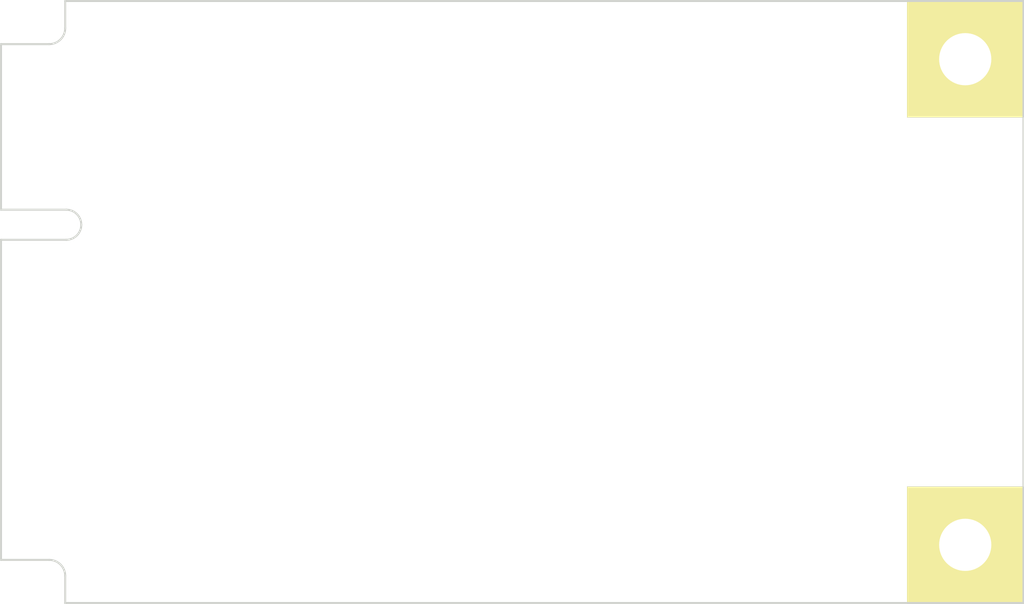
<source format=kicad_pcb>
(kicad_pcb (version 20171130) (host pcbnew 5.1.5+dfsg1-2build2)

  (general
    (thickness 1.6)
    (drawings 15)
    (tracks 0)
    (zones 0)
    (modules 2)
    (nets 1)
  )

  (page A4)
  (layers
    (0 F.Cu signal)
    (31 B.Cu signal)
    (32 B.Adhes user)
    (33 F.Adhes user)
    (34 B.Paste user)
    (35 F.Paste user)
    (36 B.SilkS user)
    (37 F.SilkS user)
    (38 B.Mask user)
    (39 F.Mask user)
    (40 Dwgs.User user)
    (41 Cmts.User user)
    (42 Eco1.User user)
    (43 Eco2.User user)
    (44 Edge.Cuts user)
    (45 Margin user)
    (46 B.CrtYd user)
    (47 F.CrtYd user)
    (48 B.Fab user)
    (49 F.Fab user)
  )

  (setup
    (last_trace_width 0.25)
    (trace_clearance 0.2)
    (zone_clearance 0.508)
    (zone_45_only no)
    (trace_min 0.2)
    (via_size 0.8)
    (via_drill 0.4)
    (via_min_size 0.4)
    (via_min_drill 0.3)
    (uvia_size 0.3)
    (uvia_drill 0.1)
    (uvias_allowed no)
    (uvia_min_size 0.2)
    (uvia_min_drill 0.1)
    (edge_width 0.05)
    (segment_width 0.2)
    (pcb_text_width 0.3)
    (pcb_text_size 1.5 1.5)
    (mod_edge_width 0.12)
    (mod_text_size 1 1)
    (mod_text_width 0.15)
    (pad_size 1.524 1.524)
    (pad_drill 0.762)
    (pad_to_mask_clearance 0.051)
    (solder_mask_min_width 0.25)
    (aux_axis_origin 0 0)
    (visible_elements FFFFFF7F)
    (pcbplotparams
      (layerselection 0x010fc_ffffffff)
      (usegerberextensions false)
      (usegerberattributes false)
      (usegerberadvancedattributes false)
      (creategerberjobfile false)
      (excludeedgelayer true)
      (linewidth 0.100000)
      (plotframeref false)
      (viasonmask false)
      (mode 1)
      (useauxorigin false)
      (hpglpennumber 1)
      (hpglpenspeed 20)
      (hpglpendiameter 15.000000)
      (psnegative false)
      (psa4output false)
      (plotreference true)
      (plotvalue true)
      (plotinvisibletext false)
      (padsonsilk false)
      (subtractmaskfromsilk false)
      (outputformat 1)
      (mirror false)
      (drillshape 1)
      (scaleselection 1)
      (outputdirectory ""))
  )

  (net 0 "")

  (net_class Default "This is the default net class."
    (clearance 0.2)
    (trace_width 0.25)
    (via_dia 0.8)
    (via_drill 0.4)
    (uvia_dia 0.3)
    (uvia_drill 0.1)
  )

  (module PIN_ARRAY_1 (layer F.Cu) (tedit 54A913CF) (tstamp 602ABEFE)
    (at 163.14 77.57)
    (descr "1 pin")
    (tags "CONN DEV")
    (path /54A7DBE8)
    (fp_text reference MOUNTING_HOLE2 (at 0 -1.905) (layer F.SilkS) hide
      (effects (font (size 0.762 0.762) (thickness 0.1524)))
    )
    (fp_text value CONN_1 (at 0 -1.905) (layer F.SilkS) hide
      (effects (font (size 0.762 0.762) (thickness 0.1524)))
    )
    (fp_line (start 1.27 -1.27) (end 1.27 1.27) (layer F.SilkS) (width 0.1524))
    (fp_line (start -1.27 1.27) (end -1.27 -1.27) (layer F.SilkS) (width 0.1524))
    (fp_line (start -1.27 -1.27) (end 1.27 -1.27) (layer F.SilkS) (width 0.1524))
    (fp_line (start 1.27 1.27) (end -1.27 1.27) (layer F.SilkS) (width 0.1524))
    (pad 1 thru_hole rect (at 0 0) (size 5.8 5.8) (drill 2.6) (layers *.Cu *.Mask F.SilkS)
      (solder_mask_margin 0.1524) (clearance 0.1524))
  )

  (module PIN_ARRAY_1 (layer F.Cu) (tedit 54A913A9) (tstamp 602ABEF6)
    (at 163.14 53.37)
    (descr "1 pin")
    (tags "CONN DEV")
    (path /54A7DBF7)
    (fp_text reference MOUNTING_HOLE1 (at 0 -1.905) (layer F.SilkS) hide
      (effects (font (size 0.762 0.762) (thickness 0.1524)))
    )
    (fp_text value CONN_1 (at 0 -1.905) (layer F.SilkS) hide
      (effects (font (size 0.762 0.762) (thickness 0.1524)))
    )
    (fp_line (start 1.27 -1.27) (end 1.27 1.27) (layer F.SilkS) (width 0.1524))
    (fp_line (start -1.27 1.27) (end -1.27 -1.27) (layer F.SilkS) (width 0.1524))
    (fp_line (start -1.27 -1.27) (end 1.27 -1.27) (layer F.SilkS) (width 0.1524))
    (fp_line (start 1.27 1.27) (end -1.27 1.27) (layer F.SilkS) (width 0.1524))
    (pad 1 thru_hole rect (at 0 0) (size 5.8 5.8) (drill 2.6) (layers *.Cu *.Mask F.SilkS)
      (solder_mask_margin 0.1524) (clearance 0.1524))
  )

  (gr_arc (start 118.34 61.62) (end 118.34 60.87) (angle 90) (layer Edge.Cuts) (width 0.1) (tstamp 602ABE95))
  (gr_line (start 118.29 50.47) (end 118.29 51.82) (angle 90) (layer Edge.Cuts) (width 0.1) (tstamp 602ABE94))
  (gr_line (start 118.29 80.47) (end 118.29 79.12) (angle 90) (layer Edge.Cuts) (width 0.1) (tstamp 602ABE93))
  (gr_arc (start 117.49 79.12) (end 117.49 78.32) (angle 90) (layer Edge.Cuts) (width 0.1) (tstamp 602ABE92))
  (gr_arc (start 118.34 61.62) (end 119.09 61.62) (angle 90) (layer Edge.Cuts) (width 0.1) (tstamp 602ABE91))
  (gr_line (start 166.04 50.47) (end 166.04 80.47) (angle 90) (layer Edge.Cuts) (width 0.1) (tstamp 602ABE90))
  (gr_line (start 166.04 50.47) (end 118.29 50.47) (angle 90) (layer Edge.Cuts) (width 0.1) (tstamp 602ABE8F))
  (gr_line (start 166.04 80.47) (end 118.29 80.47) (angle 90) (layer Edge.Cuts) (width 0.1) (tstamp 602ABE8E))
  (gr_line (start 115.09 52.62) (end 115.09 60.87) (angle 90) (layer Edge.Cuts) (width 0.1) (tstamp 602ABE8D))
  (gr_line (start 115.09 78.32) (end 115.09 62.37) (angle 90) (layer Edge.Cuts) (width 0.1) (tstamp 602ABE8C))
  (gr_line (start 115.09 62.37) (end 118.34 62.37) (angle 90) (layer Edge.Cuts) (width 0.1) (tstamp 602ABE8B))
  (gr_arc (start 117.49 51.82) (end 118.29 51.82) (angle 90) (layer Edge.Cuts) (width 0.1) (tstamp 602ABE8A))
  (gr_line (start 117.49 78.32) (end 115.09 78.32) (angle 90) (layer Edge.Cuts) (width 0.1) (tstamp 602ABE89))
  (gr_line (start 117.49 52.62) (end 115.09 52.62) (angle 90) (layer Edge.Cuts) (width 0.1) (tstamp 602ABE88))
  (gr_line (start 115.09 60.87) (end 118.34 60.87) (angle 90) (layer Edge.Cuts) (width 0.1) (tstamp 602ABE87))

)

</source>
